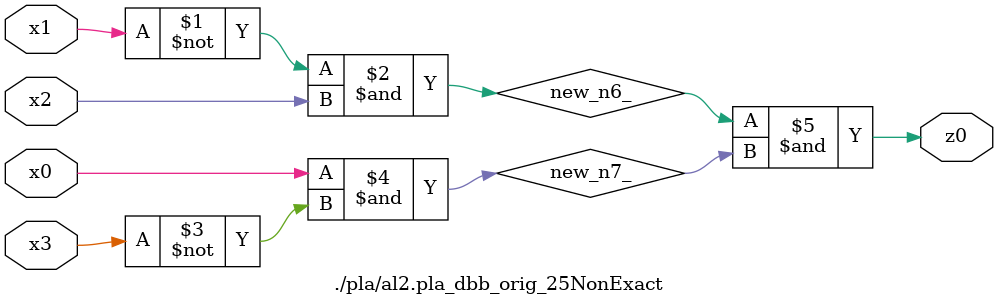
<source format=v>

module \./pla/al2.pla_dbb_orig_25NonExact  ( 
    x0, x1, x2, x3,
    z0  );
  input  x0, x1, x2, x3;
  output z0;
  wire new_n6_, new_n7_;
  assign new_n6_ = ~x1 & x2;
  assign new_n7_ = x0 & ~x3;
  assign z0 = new_n6_ & new_n7_;
endmodule



</source>
